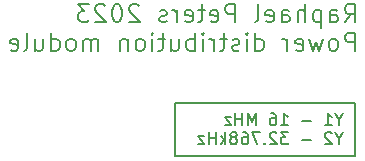
<source format=gbr>
%TF.GenerationSoftware,KiCad,Pcbnew,7.0.5-0*%
%TF.CreationDate,2023-07-18T22:02:12+02:00*%
%TF.ProjectId,buslight,6275736c-6967-4687-942e-6b696361645f,rev?*%
%TF.SameCoordinates,Original*%
%TF.FileFunction,Legend,Bot*%
%TF.FilePolarity,Positive*%
%FSLAX46Y46*%
G04 Gerber Fmt 4.6, Leading zero omitted, Abs format (unit mm)*
G04 Created by KiCad (PCBNEW 7.0.5-0) date 2023-07-18 22:02:12*
%MOMM*%
%LPD*%
G01*
G04 APERTURE LIST*
%ADD10C,0.200000*%
%ADD11C,0.150000*%
G04 APERTURE END LIST*
D10*
X121654136Y-33641028D02*
X122154136Y-32926742D01*
X122511279Y-33641028D02*
X122511279Y-32141028D01*
X122511279Y-32141028D02*
X121939850Y-32141028D01*
X121939850Y-32141028D02*
X121796993Y-32212457D01*
X121796993Y-32212457D02*
X121725564Y-32283885D01*
X121725564Y-32283885D02*
X121654136Y-32426742D01*
X121654136Y-32426742D02*
X121654136Y-32641028D01*
X121654136Y-32641028D02*
X121725564Y-32783885D01*
X121725564Y-32783885D02*
X121796993Y-32855314D01*
X121796993Y-32855314D02*
X121939850Y-32926742D01*
X121939850Y-32926742D02*
X122511279Y-32926742D01*
X120368422Y-33641028D02*
X120368422Y-32855314D01*
X120368422Y-32855314D02*
X120439850Y-32712457D01*
X120439850Y-32712457D02*
X120582707Y-32641028D01*
X120582707Y-32641028D02*
X120868422Y-32641028D01*
X120868422Y-32641028D02*
X121011279Y-32712457D01*
X120368422Y-33569600D02*
X120511279Y-33641028D01*
X120511279Y-33641028D02*
X120868422Y-33641028D01*
X120868422Y-33641028D02*
X121011279Y-33569600D01*
X121011279Y-33569600D02*
X121082707Y-33426742D01*
X121082707Y-33426742D02*
X121082707Y-33283885D01*
X121082707Y-33283885D02*
X121011279Y-33141028D01*
X121011279Y-33141028D02*
X120868422Y-33069600D01*
X120868422Y-33069600D02*
X120511279Y-33069600D01*
X120511279Y-33069600D02*
X120368422Y-32998171D01*
X119654136Y-32641028D02*
X119654136Y-34141028D01*
X119654136Y-32712457D02*
X119511279Y-32641028D01*
X119511279Y-32641028D02*
X119225564Y-32641028D01*
X119225564Y-32641028D02*
X119082707Y-32712457D01*
X119082707Y-32712457D02*
X119011279Y-32783885D01*
X119011279Y-32783885D02*
X118939850Y-32926742D01*
X118939850Y-32926742D02*
X118939850Y-33355314D01*
X118939850Y-33355314D02*
X119011279Y-33498171D01*
X119011279Y-33498171D02*
X119082707Y-33569600D01*
X119082707Y-33569600D02*
X119225564Y-33641028D01*
X119225564Y-33641028D02*
X119511279Y-33641028D01*
X119511279Y-33641028D02*
X119654136Y-33569600D01*
X118296993Y-33641028D02*
X118296993Y-32141028D01*
X117654136Y-33641028D02*
X117654136Y-32855314D01*
X117654136Y-32855314D02*
X117725564Y-32712457D01*
X117725564Y-32712457D02*
X117868421Y-32641028D01*
X117868421Y-32641028D02*
X118082707Y-32641028D01*
X118082707Y-32641028D02*
X118225564Y-32712457D01*
X118225564Y-32712457D02*
X118296993Y-32783885D01*
X116296993Y-33641028D02*
X116296993Y-32855314D01*
X116296993Y-32855314D02*
X116368421Y-32712457D01*
X116368421Y-32712457D02*
X116511278Y-32641028D01*
X116511278Y-32641028D02*
X116796993Y-32641028D01*
X116796993Y-32641028D02*
X116939850Y-32712457D01*
X116296993Y-33569600D02*
X116439850Y-33641028D01*
X116439850Y-33641028D02*
X116796993Y-33641028D01*
X116796993Y-33641028D02*
X116939850Y-33569600D01*
X116939850Y-33569600D02*
X117011278Y-33426742D01*
X117011278Y-33426742D02*
X117011278Y-33283885D01*
X117011278Y-33283885D02*
X116939850Y-33141028D01*
X116939850Y-33141028D02*
X116796993Y-33069600D01*
X116796993Y-33069600D02*
X116439850Y-33069600D01*
X116439850Y-33069600D02*
X116296993Y-32998171D01*
X115011278Y-33569600D02*
X115154135Y-33641028D01*
X115154135Y-33641028D02*
X115439850Y-33641028D01*
X115439850Y-33641028D02*
X115582707Y-33569600D01*
X115582707Y-33569600D02*
X115654135Y-33426742D01*
X115654135Y-33426742D02*
X115654135Y-32855314D01*
X115654135Y-32855314D02*
X115582707Y-32712457D01*
X115582707Y-32712457D02*
X115439850Y-32641028D01*
X115439850Y-32641028D02*
X115154135Y-32641028D01*
X115154135Y-32641028D02*
X115011278Y-32712457D01*
X115011278Y-32712457D02*
X114939850Y-32855314D01*
X114939850Y-32855314D02*
X114939850Y-32998171D01*
X114939850Y-32998171D02*
X115654135Y-33141028D01*
X114082707Y-33641028D02*
X114225564Y-33569600D01*
X114225564Y-33569600D02*
X114296993Y-33426742D01*
X114296993Y-33426742D02*
X114296993Y-32141028D01*
X112368422Y-33641028D02*
X112368422Y-32141028D01*
X112368422Y-32141028D02*
X111796993Y-32141028D01*
X111796993Y-32141028D02*
X111654136Y-32212457D01*
X111654136Y-32212457D02*
X111582707Y-32283885D01*
X111582707Y-32283885D02*
X111511279Y-32426742D01*
X111511279Y-32426742D02*
X111511279Y-32641028D01*
X111511279Y-32641028D02*
X111582707Y-32783885D01*
X111582707Y-32783885D02*
X111654136Y-32855314D01*
X111654136Y-32855314D02*
X111796993Y-32926742D01*
X111796993Y-32926742D02*
X112368422Y-32926742D01*
X110296993Y-33569600D02*
X110439850Y-33641028D01*
X110439850Y-33641028D02*
X110725565Y-33641028D01*
X110725565Y-33641028D02*
X110868422Y-33569600D01*
X110868422Y-33569600D02*
X110939850Y-33426742D01*
X110939850Y-33426742D02*
X110939850Y-32855314D01*
X110939850Y-32855314D02*
X110868422Y-32712457D01*
X110868422Y-32712457D02*
X110725565Y-32641028D01*
X110725565Y-32641028D02*
X110439850Y-32641028D01*
X110439850Y-32641028D02*
X110296993Y-32712457D01*
X110296993Y-32712457D02*
X110225565Y-32855314D01*
X110225565Y-32855314D02*
X110225565Y-32998171D01*
X110225565Y-32998171D02*
X110939850Y-33141028D01*
X109796993Y-32641028D02*
X109225565Y-32641028D01*
X109582708Y-32141028D02*
X109582708Y-33426742D01*
X109582708Y-33426742D02*
X109511279Y-33569600D01*
X109511279Y-33569600D02*
X109368422Y-33641028D01*
X109368422Y-33641028D02*
X109225565Y-33641028D01*
X108154136Y-33569600D02*
X108296993Y-33641028D01*
X108296993Y-33641028D02*
X108582708Y-33641028D01*
X108582708Y-33641028D02*
X108725565Y-33569600D01*
X108725565Y-33569600D02*
X108796993Y-33426742D01*
X108796993Y-33426742D02*
X108796993Y-32855314D01*
X108796993Y-32855314D02*
X108725565Y-32712457D01*
X108725565Y-32712457D02*
X108582708Y-32641028D01*
X108582708Y-32641028D02*
X108296993Y-32641028D01*
X108296993Y-32641028D02*
X108154136Y-32712457D01*
X108154136Y-32712457D02*
X108082708Y-32855314D01*
X108082708Y-32855314D02*
X108082708Y-32998171D01*
X108082708Y-32998171D02*
X108796993Y-33141028D01*
X107439851Y-33641028D02*
X107439851Y-32641028D01*
X107439851Y-32926742D02*
X107368422Y-32783885D01*
X107368422Y-32783885D02*
X107296994Y-32712457D01*
X107296994Y-32712457D02*
X107154136Y-32641028D01*
X107154136Y-32641028D02*
X107011279Y-32641028D01*
X106582708Y-33569600D02*
X106439851Y-33641028D01*
X106439851Y-33641028D02*
X106154137Y-33641028D01*
X106154137Y-33641028D02*
X106011280Y-33569600D01*
X106011280Y-33569600D02*
X105939851Y-33426742D01*
X105939851Y-33426742D02*
X105939851Y-33355314D01*
X105939851Y-33355314D02*
X106011280Y-33212457D01*
X106011280Y-33212457D02*
X106154137Y-33141028D01*
X106154137Y-33141028D02*
X106368423Y-33141028D01*
X106368423Y-33141028D02*
X106511280Y-33069600D01*
X106511280Y-33069600D02*
X106582708Y-32926742D01*
X106582708Y-32926742D02*
X106582708Y-32855314D01*
X106582708Y-32855314D02*
X106511280Y-32712457D01*
X106511280Y-32712457D02*
X106368423Y-32641028D01*
X106368423Y-32641028D02*
X106154137Y-32641028D01*
X106154137Y-32641028D02*
X106011280Y-32712457D01*
X104225565Y-32283885D02*
X104154137Y-32212457D01*
X104154137Y-32212457D02*
X104011280Y-32141028D01*
X104011280Y-32141028D02*
X103654137Y-32141028D01*
X103654137Y-32141028D02*
X103511280Y-32212457D01*
X103511280Y-32212457D02*
X103439851Y-32283885D01*
X103439851Y-32283885D02*
X103368422Y-32426742D01*
X103368422Y-32426742D02*
X103368422Y-32569600D01*
X103368422Y-32569600D02*
X103439851Y-32783885D01*
X103439851Y-32783885D02*
X104296994Y-33641028D01*
X104296994Y-33641028D02*
X103368422Y-33641028D01*
X102439851Y-32141028D02*
X102296994Y-32141028D01*
X102296994Y-32141028D02*
X102154137Y-32212457D01*
X102154137Y-32212457D02*
X102082709Y-32283885D01*
X102082709Y-32283885D02*
X102011280Y-32426742D01*
X102011280Y-32426742D02*
X101939851Y-32712457D01*
X101939851Y-32712457D02*
X101939851Y-33069600D01*
X101939851Y-33069600D02*
X102011280Y-33355314D01*
X102011280Y-33355314D02*
X102082709Y-33498171D01*
X102082709Y-33498171D02*
X102154137Y-33569600D01*
X102154137Y-33569600D02*
X102296994Y-33641028D01*
X102296994Y-33641028D02*
X102439851Y-33641028D01*
X102439851Y-33641028D02*
X102582709Y-33569600D01*
X102582709Y-33569600D02*
X102654137Y-33498171D01*
X102654137Y-33498171D02*
X102725566Y-33355314D01*
X102725566Y-33355314D02*
X102796994Y-33069600D01*
X102796994Y-33069600D02*
X102796994Y-32712457D01*
X102796994Y-32712457D02*
X102725566Y-32426742D01*
X102725566Y-32426742D02*
X102654137Y-32283885D01*
X102654137Y-32283885D02*
X102582709Y-32212457D01*
X102582709Y-32212457D02*
X102439851Y-32141028D01*
X101368423Y-32283885D02*
X101296995Y-32212457D01*
X101296995Y-32212457D02*
X101154138Y-32141028D01*
X101154138Y-32141028D02*
X100796995Y-32141028D01*
X100796995Y-32141028D02*
X100654138Y-32212457D01*
X100654138Y-32212457D02*
X100582709Y-32283885D01*
X100582709Y-32283885D02*
X100511280Y-32426742D01*
X100511280Y-32426742D02*
X100511280Y-32569600D01*
X100511280Y-32569600D02*
X100582709Y-32783885D01*
X100582709Y-32783885D02*
X101439852Y-33641028D01*
X101439852Y-33641028D02*
X100511280Y-33641028D01*
X100011281Y-32141028D02*
X99082709Y-32141028D01*
X99082709Y-32141028D02*
X99582709Y-32712457D01*
X99582709Y-32712457D02*
X99368424Y-32712457D01*
X99368424Y-32712457D02*
X99225567Y-32783885D01*
X99225567Y-32783885D02*
X99154138Y-32855314D01*
X99154138Y-32855314D02*
X99082709Y-32998171D01*
X99082709Y-32998171D02*
X99082709Y-33355314D01*
X99082709Y-33355314D02*
X99154138Y-33498171D01*
X99154138Y-33498171D02*
X99225567Y-33569600D01*
X99225567Y-33569600D02*
X99368424Y-33641028D01*
X99368424Y-33641028D02*
X99796995Y-33641028D01*
X99796995Y-33641028D02*
X99939852Y-33569600D01*
X99939852Y-33569600D02*
X100011281Y-33498171D01*
X122511279Y-36056028D02*
X122511279Y-34556028D01*
X122511279Y-34556028D02*
X121939850Y-34556028D01*
X121939850Y-34556028D02*
X121796993Y-34627457D01*
X121796993Y-34627457D02*
X121725564Y-34698885D01*
X121725564Y-34698885D02*
X121654136Y-34841742D01*
X121654136Y-34841742D02*
X121654136Y-35056028D01*
X121654136Y-35056028D02*
X121725564Y-35198885D01*
X121725564Y-35198885D02*
X121796993Y-35270314D01*
X121796993Y-35270314D02*
X121939850Y-35341742D01*
X121939850Y-35341742D02*
X122511279Y-35341742D01*
X120796993Y-36056028D02*
X120939850Y-35984600D01*
X120939850Y-35984600D02*
X121011279Y-35913171D01*
X121011279Y-35913171D02*
X121082707Y-35770314D01*
X121082707Y-35770314D02*
X121082707Y-35341742D01*
X121082707Y-35341742D02*
X121011279Y-35198885D01*
X121011279Y-35198885D02*
X120939850Y-35127457D01*
X120939850Y-35127457D02*
X120796993Y-35056028D01*
X120796993Y-35056028D02*
X120582707Y-35056028D01*
X120582707Y-35056028D02*
X120439850Y-35127457D01*
X120439850Y-35127457D02*
X120368422Y-35198885D01*
X120368422Y-35198885D02*
X120296993Y-35341742D01*
X120296993Y-35341742D02*
X120296993Y-35770314D01*
X120296993Y-35770314D02*
X120368422Y-35913171D01*
X120368422Y-35913171D02*
X120439850Y-35984600D01*
X120439850Y-35984600D02*
X120582707Y-36056028D01*
X120582707Y-36056028D02*
X120796993Y-36056028D01*
X119796993Y-35056028D02*
X119511279Y-36056028D01*
X119511279Y-36056028D02*
X119225564Y-35341742D01*
X119225564Y-35341742D02*
X118939850Y-36056028D01*
X118939850Y-36056028D02*
X118654136Y-35056028D01*
X117511278Y-35984600D02*
X117654135Y-36056028D01*
X117654135Y-36056028D02*
X117939850Y-36056028D01*
X117939850Y-36056028D02*
X118082707Y-35984600D01*
X118082707Y-35984600D02*
X118154135Y-35841742D01*
X118154135Y-35841742D02*
X118154135Y-35270314D01*
X118154135Y-35270314D02*
X118082707Y-35127457D01*
X118082707Y-35127457D02*
X117939850Y-35056028D01*
X117939850Y-35056028D02*
X117654135Y-35056028D01*
X117654135Y-35056028D02*
X117511278Y-35127457D01*
X117511278Y-35127457D02*
X117439850Y-35270314D01*
X117439850Y-35270314D02*
X117439850Y-35413171D01*
X117439850Y-35413171D02*
X118154135Y-35556028D01*
X116796993Y-36056028D02*
X116796993Y-35056028D01*
X116796993Y-35341742D02*
X116725564Y-35198885D01*
X116725564Y-35198885D02*
X116654136Y-35127457D01*
X116654136Y-35127457D02*
X116511278Y-35056028D01*
X116511278Y-35056028D02*
X116368421Y-35056028D01*
X114082708Y-36056028D02*
X114082708Y-34556028D01*
X114082708Y-35984600D02*
X114225565Y-36056028D01*
X114225565Y-36056028D02*
X114511279Y-36056028D01*
X114511279Y-36056028D02*
X114654136Y-35984600D01*
X114654136Y-35984600D02*
X114725565Y-35913171D01*
X114725565Y-35913171D02*
X114796993Y-35770314D01*
X114796993Y-35770314D02*
X114796993Y-35341742D01*
X114796993Y-35341742D02*
X114725565Y-35198885D01*
X114725565Y-35198885D02*
X114654136Y-35127457D01*
X114654136Y-35127457D02*
X114511279Y-35056028D01*
X114511279Y-35056028D02*
X114225565Y-35056028D01*
X114225565Y-35056028D02*
X114082708Y-35127457D01*
X113368422Y-36056028D02*
X113368422Y-35056028D01*
X113368422Y-34556028D02*
X113439850Y-34627457D01*
X113439850Y-34627457D02*
X113368422Y-34698885D01*
X113368422Y-34698885D02*
X113296993Y-34627457D01*
X113296993Y-34627457D02*
X113368422Y-34556028D01*
X113368422Y-34556028D02*
X113368422Y-34698885D01*
X112725564Y-35984600D02*
X112582707Y-36056028D01*
X112582707Y-36056028D02*
X112296993Y-36056028D01*
X112296993Y-36056028D02*
X112154136Y-35984600D01*
X112154136Y-35984600D02*
X112082707Y-35841742D01*
X112082707Y-35841742D02*
X112082707Y-35770314D01*
X112082707Y-35770314D02*
X112154136Y-35627457D01*
X112154136Y-35627457D02*
X112296993Y-35556028D01*
X112296993Y-35556028D02*
X112511279Y-35556028D01*
X112511279Y-35556028D02*
X112654136Y-35484600D01*
X112654136Y-35484600D02*
X112725564Y-35341742D01*
X112725564Y-35341742D02*
X112725564Y-35270314D01*
X112725564Y-35270314D02*
X112654136Y-35127457D01*
X112654136Y-35127457D02*
X112511279Y-35056028D01*
X112511279Y-35056028D02*
X112296993Y-35056028D01*
X112296993Y-35056028D02*
X112154136Y-35127457D01*
X111654135Y-35056028D02*
X111082707Y-35056028D01*
X111439850Y-34556028D02*
X111439850Y-35841742D01*
X111439850Y-35841742D02*
X111368421Y-35984600D01*
X111368421Y-35984600D02*
X111225564Y-36056028D01*
X111225564Y-36056028D02*
X111082707Y-36056028D01*
X110582707Y-36056028D02*
X110582707Y-35056028D01*
X110582707Y-35341742D02*
X110511278Y-35198885D01*
X110511278Y-35198885D02*
X110439850Y-35127457D01*
X110439850Y-35127457D02*
X110296992Y-35056028D01*
X110296992Y-35056028D02*
X110154135Y-35056028D01*
X109654136Y-36056028D02*
X109654136Y-35056028D01*
X109654136Y-34556028D02*
X109725564Y-34627457D01*
X109725564Y-34627457D02*
X109654136Y-34698885D01*
X109654136Y-34698885D02*
X109582707Y-34627457D01*
X109582707Y-34627457D02*
X109654136Y-34556028D01*
X109654136Y-34556028D02*
X109654136Y-34698885D01*
X108939850Y-36056028D02*
X108939850Y-34556028D01*
X108939850Y-35127457D02*
X108796993Y-35056028D01*
X108796993Y-35056028D02*
X108511278Y-35056028D01*
X108511278Y-35056028D02*
X108368421Y-35127457D01*
X108368421Y-35127457D02*
X108296993Y-35198885D01*
X108296993Y-35198885D02*
X108225564Y-35341742D01*
X108225564Y-35341742D02*
X108225564Y-35770314D01*
X108225564Y-35770314D02*
X108296993Y-35913171D01*
X108296993Y-35913171D02*
X108368421Y-35984600D01*
X108368421Y-35984600D02*
X108511278Y-36056028D01*
X108511278Y-36056028D02*
X108796993Y-36056028D01*
X108796993Y-36056028D02*
X108939850Y-35984600D01*
X106939850Y-35056028D02*
X106939850Y-36056028D01*
X107582707Y-35056028D02*
X107582707Y-35841742D01*
X107582707Y-35841742D02*
X107511278Y-35984600D01*
X107511278Y-35984600D02*
X107368421Y-36056028D01*
X107368421Y-36056028D02*
X107154135Y-36056028D01*
X107154135Y-36056028D02*
X107011278Y-35984600D01*
X107011278Y-35984600D02*
X106939850Y-35913171D01*
X106439849Y-35056028D02*
X105868421Y-35056028D01*
X106225564Y-34556028D02*
X106225564Y-35841742D01*
X106225564Y-35841742D02*
X106154135Y-35984600D01*
X106154135Y-35984600D02*
X106011278Y-36056028D01*
X106011278Y-36056028D02*
X105868421Y-36056028D01*
X105368421Y-36056028D02*
X105368421Y-35056028D01*
X105368421Y-34556028D02*
X105439849Y-34627457D01*
X105439849Y-34627457D02*
X105368421Y-34698885D01*
X105368421Y-34698885D02*
X105296992Y-34627457D01*
X105296992Y-34627457D02*
X105368421Y-34556028D01*
X105368421Y-34556028D02*
X105368421Y-34698885D01*
X104439849Y-36056028D02*
X104582706Y-35984600D01*
X104582706Y-35984600D02*
X104654135Y-35913171D01*
X104654135Y-35913171D02*
X104725563Y-35770314D01*
X104725563Y-35770314D02*
X104725563Y-35341742D01*
X104725563Y-35341742D02*
X104654135Y-35198885D01*
X104654135Y-35198885D02*
X104582706Y-35127457D01*
X104582706Y-35127457D02*
X104439849Y-35056028D01*
X104439849Y-35056028D02*
X104225563Y-35056028D01*
X104225563Y-35056028D02*
X104082706Y-35127457D01*
X104082706Y-35127457D02*
X104011278Y-35198885D01*
X104011278Y-35198885D02*
X103939849Y-35341742D01*
X103939849Y-35341742D02*
X103939849Y-35770314D01*
X103939849Y-35770314D02*
X104011278Y-35913171D01*
X104011278Y-35913171D02*
X104082706Y-35984600D01*
X104082706Y-35984600D02*
X104225563Y-36056028D01*
X104225563Y-36056028D02*
X104439849Y-36056028D01*
X103296992Y-35056028D02*
X103296992Y-36056028D01*
X103296992Y-35198885D02*
X103225563Y-35127457D01*
X103225563Y-35127457D02*
X103082706Y-35056028D01*
X103082706Y-35056028D02*
X102868420Y-35056028D01*
X102868420Y-35056028D02*
X102725563Y-35127457D01*
X102725563Y-35127457D02*
X102654135Y-35270314D01*
X102654135Y-35270314D02*
X102654135Y-36056028D01*
X100796992Y-36056028D02*
X100796992Y-35056028D01*
X100796992Y-35198885D02*
X100725563Y-35127457D01*
X100725563Y-35127457D02*
X100582706Y-35056028D01*
X100582706Y-35056028D02*
X100368420Y-35056028D01*
X100368420Y-35056028D02*
X100225563Y-35127457D01*
X100225563Y-35127457D02*
X100154135Y-35270314D01*
X100154135Y-35270314D02*
X100154135Y-36056028D01*
X100154135Y-35270314D02*
X100082706Y-35127457D01*
X100082706Y-35127457D02*
X99939849Y-35056028D01*
X99939849Y-35056028D02*
X99725563Y-35056028D01*
X99725563Y-35056028D02*
X99582706Y-35127457D01*
X99582706Y-35127457D02*
X99511277Y-35270314D01*
X99511277Y-35270314D02*
X99511277Y-36056028D01*
X98582706Y-36056028D02*
X98725563Y-35984600D01*
X98725563Y-35984600D02*
X98796992Y-35913171D01*
X98796992Y-35913171D02*
X98868420Y-35770314D01*
X98868420Y-35770314D02*
X98868420Y-35341742D01*
X98868420Y-35341742D02*
X98796992Y-35198885D01*
X98796992Y-35198885D02*
X98725563Y-35127457D01*
X98725563Y-35127457D02*
X98582706Y-35056028D01*
X98582706Y-35056028D02*
X98368420Y-35056028D01*
X98368420Y-35056028D02*
X98225563Y-35127457D01*
X98225563Y-35127457D02*
X98154135Y-35198885D01*
X98154135Y-35198885D02*
X98082706Y-35341742D01*
X98082706Y-35341742D02*
X98082706Y-35770314D01*
X98082706Y-35770314D02*
X98154135Y-35913171D01*
X98154135Y-35913171D02*
X98225563Y-35984600D01*
X98225563Y-35984600D02*
X98368420Y-36056028D01*
X98368420Y-36056028D02*
X98582706Y-36056028D01*
X96796992Y-36056028D02*
X96796992Y-34556028D01*
X96796992Y-35984600D02*
X96939849Y-36056028D01*
X96939849Y-36056028D02*
X97225563Y-36056028D01*
X97225563Y-36056028D02*
X97368420Y-35984600D01*
X97368420Y-35984600D02*
X97439849Y-35913171D01*
X97439849Y-35913171D02*
X97511277Y-35770314D01*
X97511277Y-35770314D02*
X97511277Y-35341742D01*
X97511277Y-35341742D02*
X97439849Y-35198885D01*
X97439849Y-35198885D02*
X97368420Y-35127457D01*
X97368420Y-35127457D02*
X97225563Y-35056028D01*
X97225563Y-35056028D02*
X96939849Y-35056028D01*
X96939849Y-35056028D02*
X96796992Y-35127457D01*
X95439849Y-35056028D02*
X95439849Y-36056028D01*
X96082706Y-35056028D02*
X96082706Y-35841742D01*
X96082706Y-35841742D02*
X96011277Y-35984600D01*
X96011277Y-35984600D02*
X95868420Y-36056028D01*
X95868420Y-36056028D02*
X95654134Y-36056028D01*
X95654134Y-36056028D02*
X95511277Y-35984600D01*
X95511277Y-35984600D02*
X95439849Y-35913171D01*
X94511277Y-36056028D02*
X94654134Y-35984600D01*
X94654134Y-35984600D02*
X94725563Y-35841742D01*
X94725563Y-35841742D02*
X94725563Y-34556028D01*
X93368420Y-35984600D02*
X93511277Y-36056028D01*
X93511277Y-36056028D02*
X93796992Y-36056028D01*
X93796992Y-36056028D02*
X93939849Y-35984600D01*
X93939849Y-35984600D02*
X94011277Y-35841742D01*
X94011277Y-35841742D02*
X94011277Y-35270314D01*
X94011277Y-35270314D02*
X93939849Y-35127457D01*
X93939849Y-35127457D02*
X93796992Y-35056028D01*
X93796992Y-35056028D02*
X93511277Y-35056028D01*
X93511277Y-35056028D02*
X93368420Y-35127457D01*
X93368420Y-35127457D02*
X93296992Y-35270314D01*
X93296992Y-35270314D02*
X93296992Y-35413171D01*
X93296992Y-35413171D02*
X94011277Y-35556028D01*
D11*
X121147744Y-41888628D02*
X121147744Y-42364819D01*
X121481077Y-41364819D02*
X121147744Y-41888628D01*
X121147744Y-41888628D02*
X120814411Y-41364819D01*
X119957268Y-42364819D02*
X120528696Y-42364819D01*
X120242982Y-42364819D02*
X120242982Y-41364819D01*
X120242982Y-41364819D02*
X120338220Y-41507676D01*
X120338220Y-41507676D02*
X120433458Y-41602914D01*
X120433458Y-41602914D02*
X120528696Y-41650533D01*
X118766791Y-41983866D02*
X118004887Y-41983866D01*
X116242982Y-42364819D02*
X116814410Y-42364819D01*
X116528696Y-42364819D02*
X116528696Y-41364819D01*
X116528696Y-41364819D02*
X116623934Y-41507676D01*
X116623934Y-41507676D02*
X116719172Y-41602914D01*
X116719172Y-41602914D02*
X116814410Y-41650533D01*
X115385839Y-41364819D02*
X115576315Y-41364819D01*
X115576315Y-41364819D02*
X115671553Y-41412438D01*
X115671553Y-41412438D02*
X115719172Y-41460057D01*
X115719172Y-41460057D02*
X115814410Y-41602914D01*
X115814410Y-41602914D02*
X115862029Y-41793390D01*
X115862029Y-41793390D02*
X115862029Y-42174342D01*
X115862029Y-42174342D02*
X115814410Y-42269580D01*
X115814410Y-42269580D02*
X115766791Y-42317200D01*
X115766791Y-42317200D02*
X115671553Y-42364819D01*
X115671553Y-42364819D02*
X115481077Y-42364819D01*
X115481077Y-42364819D02*
X115385839Y-42317200D01*
X115385839Y-42317200D02*
X115338220Y-42269580D01*
X115338220Y-42269580D02*
X115290601Y-42174342D01*
X115290601Y-42174342D02*
X115290601Y-41936247D01*
X115290601Y-41936247D02*
X115338220Y-41841009D01*
X115338220Y-41841009D02*
X115385839Y-41793390D01*
X115385839Y-41793390D02*
X115481077Y-41745771D01*
X115481077Y-41745771D02*
X115671553Y-41745771D01*
X115671553Y-41745771D02*
X115766791Y-41793390D01*
X115766791Y-41793390D02*
X115814410Y-41841009D01*
X115814410Y-41841009D02*
X115862029Y-41936247D01*
X114100124Y-42364819D02*
X114100124Y-41364819D01*
X114100124Y-41364819D02*
X113766791Y-42079104D01*
X113766791Y-42079104D02*
X113433458Y-41364819D01*
X113433458Y-41364819D02*
X113433458Y-42364819D01*
X112957267Y-42364819D02*
X112957267Y-41364819D01*
X112957267Y-41841009D02*
X112385839Y-41841009D01*
X112385839Y-42364819D02*
X112385839Y-41364819D01*
X112004886Y-41698152D02*
X111481077Y-41698152D01*
X111481077Y-41698152D02*
X112004886Y-42364819D01*
X112004886Y-42364819D02*
X111481077Y-42364819D01*
X121147744Y-43498628D02*
X121147744Y-43974819D01*
X121481077Y-42974819D02*
X121147744Y-43498628D01*
X121147744Y-43498628D02*
X120814411Y-42974819D01*
X120528696Y-43070057D02*
X120481077Y-43022438D01*
X120481077Y-43022438D02*
X120385839Y-42974819D01*
X120385839Y-42974819D02*
X120147744Y-42974819D01*
X120147744Y-42974819D02*
X120052506Y-43022438D01*
X120052506Y-43022438D02*
X120004887Y-43070057D01*
X120004887Y-43070057D02*
X119957268Y-43165295D01*
X119957268Y-43165295D02*
X119957268Y-43260533D01*
X119957268Y-43260533D02*
X120004887Y-43403390D01*
X120004887Y-43403390D02*
X120576315Y-43974819D01*
X120576315Y-43974819D02*
X119957268Y-43974819D01*
X118766791Y-43593866D02*
X118004887Y-43593866D01*
X116862029Y-42974819D02*
X116242982Y-42974819D01*
X116242982Y-42974819D02*
X116576315Y-43355771D01*
X116576315Y-43355771D02*
X116433458Y-43355771D01*
X116433458Y-43355771D02*
X116338220Y-43403390D01*
X116338220Y-43403390D02*
X116290601Y-43451009D01*
X116290601Y-43451009D02*
X116242982Y-43546247D01*
X116242982Y-43546247D02*
X116242982Y-43784342D01*
X116242982Y-43784342D02*
X116290601Y-43879580D01*
X116290601Y-43879580D02*
X116338220Y-43927200D01*
X116338220Y-43927200D02*
X116433458Y-43974819D01*
X116433458Y-43974819D02*
X116719172Y-43974819D01*
X116719172Y-43974819D02*
X116814410Y-43927200D01*
X116814410Y-43927200D02*
X116862029Y-43879580D01*
X115862029Y-43070057D02*
X115814410Y-43022438D01*
X115814410Y-43022438D02*
X115719172Y-42974819D01*
X115719172Y-42974819D02*
X115481077Y-42974819D01*
X115481077Y-42974819D02*
X115385839Y-43022438D01*
X115385839Y-43022438D02*
X115338220Y-43070057D01*
X115338220Y-43070057D02*
X115290601Y-43165295D01*
X115290601Y-43165295D02*
X115290601Y-43260533D01*
X115290601Y-43260533D02*
X115338220Y-43403390D01*
X115338220Y-43403390D02*
X115909648Y-43974819D01*
X115909648Y-43974819D02*
X115290601Y-43974819D01*
X114862029Y-43879580D02*
X114814410Y-43927200D01*
X114814410Y-43927200D02*
X114862029Y-43974819D01*
X114862029Y-43974819D02*
X114909648Y-43927200D01*
X114909648Y-43927200D02*
X114862029Y-43879580D01*
X114862029Y-43879580D02*
X114862029Y-43974819D01*
X114481077Y-42974819D02*
X113814411Y-42974819D01*
X113814411Y-42974819D02*
X114242982Y-43974819D01*
X113004887Y-42974819D02*
X113195363Y-42974819D01*
X113195363Y-42974819D02*
X113290601Y-43022438D01*
X113290601Y-43022438D02*
X113338220Y-43070057D01*
X113338220Y-43070057D02*
X113433458Y-43212914D01*
X113433458Y-43212914D02*
X113481077Y-43403390D01*
X113481077Y-43403390D02*
X113481077Y-43784342D01*
X113481077Y-43784342D02*
X113433458Y-43879580D01*
X113433458Y-43879580D02*
X113385839Y-43927200D01*
X113385839Y-43927200D02*
X113290601Y-43974819D01*
X113290601Y-43974819D02*
X113100125Y-43974819D01*
X113100125Y-43974819D02*
X113004887Y-43927200D01*
X113004887Y-43927200D02*
X112957268Y-43879580D01*
X112957268Y-43879580D02*
X112909649Y-43784342D01*
X112909649Y-43784342D02*
X112909649Y-43546247D01*
X112909649Y-43546247D02*
X112957268Y-43451009D01*
X112957268Y-43451009D02*
X113004887Y-43403390D01*
X113004887Y-43403390D02*
X113100125Y-43355771D01*
X113100125Y-43355771D02*
X113290601Y-43355771D01*
X113290601Y-43355771D02*
X113385839Y-43403390D01*
X113385839Y-43403390D02*
X113433458Y-43451009D01*
X113433458Y-43451009D02*
X113481077Y-43546247D01*
X112338220Y-43403390D02*
X112433458Y-43355771D01*
X112433458Y-43355771D02*
X112481077Y-43308152D01*
X112481077Y-43308152D02*
X112528696Y-43212914D01*
X112528696Y-43212914D02*
X112528696Y-43165295D01*
X112528696Y-43165295D02*
X112481077Y-43070057D01*
X112481077Y-43070057D02*
X112433458Y-43022438D01*
X112433458Y-43022438D02*
X112338220Y-42974819D01*
X112338220Y-42974819D02*
X112147744Y-42974819D01*
X112147744Y-42974819D02*
X112052506Y-43022438D01*
X112052506Y-43022438D02*
X112004887Y-43070057D01*
X112004887Y-43070057D02*
X111957268Y-43165295D01*
X111957268Y-43165295D02*
X111957268Y-43212914D01*
X111957268Y-43212914D02*
X112004887Y-43308152D01*
X112004887Y-43308152D02*
X112052506Y-43355771D01*
X112052506Y-43355771D02*
X112147744Y-43403390D01*
X112147744Y-43403390D02*
X112338220Y-43403390D01*
X112338220Y-43403390D02*
X112433458Y-43451009D01*
X112433458Y-43451009D02*
X112481077Y-43498628D01*
X112481077Y-43498628D02*
X112528696Y-43593866D01*
X112528696Y-43593866D02*
X112528696Y-43784342D01*
X112528696Y-43784342D02*
X112481077Y-43879580D01*
X112481077Y-43879580D02*
X112433458Y-43927200D01*
X112433458Y-43927200D02*
X112338220Y-43974819D01*
X112338220Y-43974819D02*
X112147744Y-43974819D01*
X112147744Y-43974819D02*
X112052506Y-43927200D01*
X112052506Y-43927200D02*
X112004887Y-43879580D01*
X112004887Y-43879580D02*
X111957268Y-43784342D01*
X111957268Y-43784342D02*
X111957268Y-43593866D01*
X111957268Y-43593866D02*
X112004887Y-43498628D01*
X112004887Y-43498628D02*
X112052506Y-43451009D01*
X112052506Y-43451009D02*
X112147744Y-43403390D01*
X111528696Y-43974819D02*
X111528696Y-42974819D01*
X111433458Y-43593866D02*
X111147744Y-43974819D01*
X111147744Y-43308152D02*
X111528696Y-43689104D01*
X110719172Y-43974819D02*
X110719172Y-42974819D01*
X110719172Y-43451009D02*
X110147744Y-43451009D01*
X110147744Y-43974819D02*
X110147744Y-42974819D01*
X109766791Y-43308152D02*
X109242982Y-43308152D01*
X109242982Y-43308152D02*
X109766791Y-43974819D01*
X109766791Y-43974819D02*
X109242982Y-43974819D01*
X107250000Y-40500000D02*
X122500000Y-40500000D01*
X122500000Y-45000000D01*
X107250000Y-45000000D01*
X107250000Y-40500000D01*
M02*

</source>
